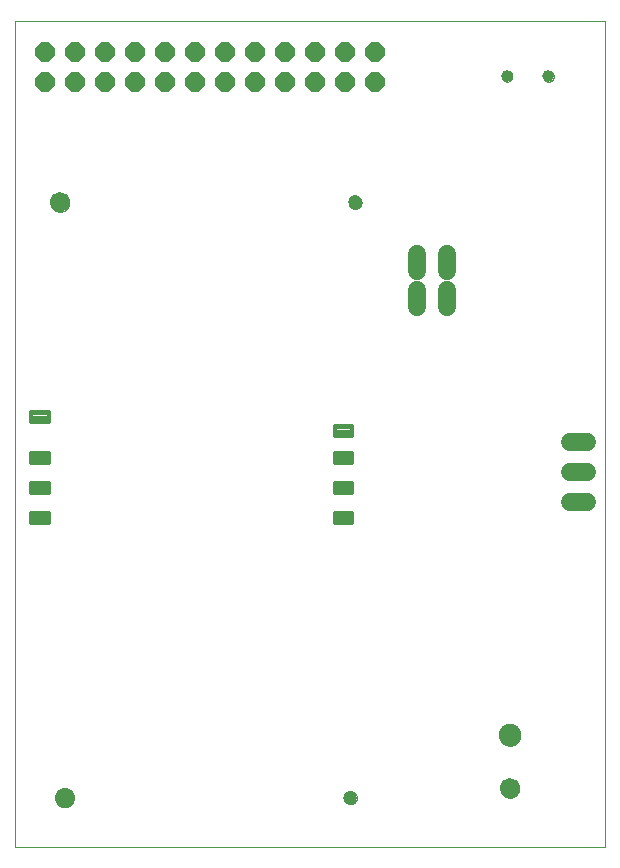
<source format=gts>
G75*
%MOIN*%
%OFA0B0*%
%FSLAX25Y25*%
%IPPOS*%
%LPD*%
%AMOC8*
5,1,8,0,0,1.08239X$1,22.5*
%
%ADD10C,0.00000*%
%ADD11C,0.06699*%
%ADD12C,0.04731*%
%ADD13C,0.03943*%
%ADD14C,0.01419*%
%ADD15C,0.06000*%
%ADD16C,0.07487*%
%ADD17OC8,0.06400*%
D10*
X0002181Y0009243D02*
X0002181Y0284834D01*
X0199031Y0284834D01*
X0199031Y0009243D01*
X0002181Y0009243D01*
X0015613Y0025806D02*
X0015615Y0025918D01*
X0015621Y0026029D01*
X0015631Y0026141D01*
X0015645Y0026252D01*
X0015662Y0026362D01*
X0015684Y0026472D01*
X0015710Y0026581D01*
X0015739Y0026689D01*
X0015772Y0026795D01*
X0015809Y0026901D01*
X0015850Y0027005D01*
X0015895Y0027108D01*
X0015943Y0027209D01*
X0015994Y0027308D01*
X0016049Y0027405D01*
X0016108Y0027500D01*
X0016169Y0027594D01*
X0016234Y0027685D01*
X0016303Y0027773D01*
X0016374Y0027859D01*
X0016448Y0027943D01*
X0016526Y0028023D01*
X0016606Y0028101D01*
X0016689Y0028177D01*
X0016774Y0028249D01*
X0016862Y0028318D01*
X0016952Y0028384D01*
X0017045Y0028446D01*
X0017140Y0028506D01*
X0017237Y0028562D01*
X0017335Y0028614D01*
X0017436Y0028663D01*
X0017538Y0028708D01*
X0017642Y0028750D01*
X0017747Y0028788D01*
X0017854Y0028822D01*
X0017961Y0028852D01*
X0018070Y0028879D01*
X0018179Y0028901D01*
X0018290Y0028920D01*
X0018400Y0028935D01*
X0018512Y0028946D01*
X0018623Y0028953D01*
X0018735Y0028956D01*
X0018847Y0028955D01*
X0018959Y0028950D01*
X0019070Y0028941D01*
X0019181Y0028928D01*
X0019292Y0028911D01*
X0019402Y0028891D01*
X0019511Y0028866D01*
X0019619Y0028838D01*
X0019726Y0028805D01*
X0019832Y0028769D01*
X0019936Y0028729D01*
X0020039Y0028686D01*
X0020141Y0028639D01*
X0020240Y0028588D01*
X0020338Y0028534D01*
X0020434Y0028476D01*
X0020528Y0028415D01*
X0020619Y0028351D01*
X0020708Y0028284D01*
X0020795Y0028213D01*
X0020879Y0028139D01*
X0020961Y0028063D01*
X0021039Y0027983D01*
X0021115Y0027901D01*
X0021188Y0027816D01*
X0021258Y0027729D01*
X0021324Y0027639D01*
X0021388Y0027547D01*
X0021448Y0027453D01*
X0021505Y0027357D01*
X0021558Y0027258D01*
X0021608Y0027158D01*
X0021654Y0027057D01*
X0021697Y0026953D01*
X0021736Y0026848D01*
X0021771Y0026742D01*
X0021802Y0026635D01*
X0021830Y0026526D01*
X0021853Y0026417D01*
X0021873Y0026307D01*
X0021889Y0026196D01*
X0021901Y0026085D01*
X0021909Y0025974D01*
X0021913Y0025862D01*
X0021913Y0025750D01*
X0021909Y0025638D01*
X0021901Y0025527D01*
X0021889Y0025416D01*
X0021873Y0025305D01*
X0021853Y0025195D01*
X0021830Y0025086D01*
X0021802Y0024977D01*
X0021771Y0024870D01*
X0021736Y0024764D01*
X0021697Y0024659D01*
X0021654Y0024555D01*
X0021608Y0024454D01*
X0021558Y0024354D01*
X0021505Y0024255D01*
X0021448Y0024159D01*
X0021388Y0024065D01*
X0021324Y0023973D01*
X0021258Y0023883D01*
X0021188Y0023796D01*
X0021115Y0023711D01*
X0021039Y0023629D01*
X0020961Y0023549D01*
X0020879Y0023473D01*
X0020795Y0023399D01*
X0020708Y0023328D01*
X0020619Y0023261D01*
X0020528Y0023197D01*
X0020434Y0023136D01*
X0020338Y0023078D01*
X0020240Y0023024D01*
X0020141Y0022973D01*
X0020039Y0022926D01*
X0019936Y0022883D01*
X0019832Y0022843D01*
X0019726Y0022807D01*
X0019619Y0022774D01*
X0019511Y0022746D01*
X0019402Y0022721D01*
X0019292Y0022701D01*
X0019181Y0022684D01*
X0019070Y0022671D01*
X0018959Y0022662D01*
X0018847Y0022657D01*
X0018735Y0022656D01*
X0018623Y0022659D01*
X0018512Y0022666D01*
X0018400Y0022677D01*
X0018290Y0022692D01*
X0018179Y0022711D01*
X0018070Y0022733D01*
X0017961Y0022760D01*
X0017854Y0022790D01*
X0017747Y0022824D01*
X0017642Y0022862D01*
X0017538Y0022904D01*
X0017436Y0022949D01*
X0017335Y0022998D01*
X0017237Y0023050D01*
X0017140Y0023106D01*
X0017045Y0023166D01*
X0016952Y0023228D01*
X0016862Y0023294D01*
X0016774Y0023363D01*
X0016689Y0023435D01*
X0016606Y0023511D01*
X0016526Y0023589D01*
X0016448Y0023669D01*
X0016374Y0023753D01*
X0016303Y0023839D01*
X0016234Y0023927D01*
X0016169Y0024018D01*
X0016108Y0024112D01*
X0016049Y0024207D01*
X0015994Y0024304D01*
X0015943Y0024403D01*
X0015895Y0024504D01*
X0015850Y0024607D01*
X0015809Y0024711D01*
X0015772Y0024817D01*
X0015739Y0024923D01*
X0015710Y0025031D01*
X0015684Y0025140D01*
X0015662Y0025250D01*
X0015645Y0025360D01*
X0015631Y0025471D01*
X0015621Y0025583D01*
X0015615Y0025694D01*
X0015613Y0025806D01*
X0111874Y0025806D02*
X0111876Y0025899D01*
X0111882Y0025991D01*
X0111892Y0026083D01*
X0111906Y0026174D01*
X0111923Y0026265D01*
X0111945Y0026355D01*
X0111970Y0026444D01*
X0111999Y0026532D01*
X0112032Y0026618D01*
X0112069Y0026703D01*
X0112109Y0026787D01*
X0112153Y0026868D01*
X0112200Y0026948D01*
X0112250Y0027026D01*
X0112304Y0027101D01*
X0112361Y0027174D01*
X0112421Y0027244D01*
X0112484Y0027312D01*
X0112550Y0027377D01*
X0112618Y0027439D01*
X0112689Y0027499D01*
X0112763Y0027555D01*
X0112839Y0027608D01*
X0112917Y0027657D01*
X0112997Y0027704D01*
X0113079Y0027746D01*
X0113163Y0027786D01*
X0113248Y0027821D01*
X0113335Y0027853D01*
X0113423Y0027882D01*
X0113512Y0027906D01*
X0113602Y0027927D01*
X0113693Y0027943D01*
X0113785Y0027956D01*
X0113877Y0027965D01*
X0113970Y0027970D01*
X0114062Y0027971D01*
X0114155Y0027968D01*
X0114247Y0027961D01*
X0114339Y0027950D01*
X0114430Y0027935D01*
X0114521Y0027917D01*
X0114611Y0027894D01*
X0114699Y0027868D01*
X0114787Y0027838D01*
X0114873Y0027804D01*
X0114957Y0027767D01*
X0115040Y0027725D01*
X0115121Y0027681D01*
X0115201Y0027633D01*
X0115278Y0027582D01*
X0115352Y0027527D01*
X0115425Y0027469D01*
X0115495Y0027409D01*
X0115562Y0027345D01*
X0115626Y0027279D01*
X0115688Y0027209D01*
X0115746Y0027138D01*
X0115801Y0027064D01*
X0115853Y0026987D01*
X0115902Y0026908D01*
X0115948Y0026828D01*
X0115990Y0026745D01*
X0116028Y0026661D01*
X0116063Y0026575D01*
X0116094Y0026488D01*
X0116121Y0026400D01*
X0116144Y0026310D01*
X0116164Y0026220D01*
X0116180Y0026129D01*
X0116192Y0026037D01*
X0116200Y0025945D01*
X0116204Y0025852D01*
X0116204Y0025760D01*
X0116200Y0025667D01*
X0116192Y0025575D01*
X0116180Y0025483D01*
X0116164Y0025392D01*
X0116144Y0025302D01*
X0116121Y0025212D01*
X0116094Y0025124D01*
X0116063Y0025037D01*
X0116028Y0024951D01*
X0115990Y0024867D01*
X0115948Y0024784D01*
X0115902Y0024704D01*
X0115853Y0024625D01*
X0115801Y0024548D01*
X0115746Y0024474D01*
X0115688Y0024403D01*
X0115626Y0024333D01*
X0115562Y0024267D01*
X0115495Y0024203D01*
X0115425Y0024143D01*
X0115352Y0024085D01*
X0115278Y0024030D01*
X0115201Y0023979D01*
X0115122Y0023931D01*
X0115040Y0023887D01*
X0114957Y0023845D01*
X0114873Y0023808D01*
X0114787Y0023774D01*
X0114699Y0023744D01*
X0114611Y0023718D01*
X0114521Y0023695D01*
X0114430Y0023677D01*
X0114339Y0023662D01*
X0114247Y0023651D01*
X0114155Y0023644D01*
X0114062Y0023641D01*
X0113970Y0023642D01*
X0113877Y0023647D01*
X0113785Y0023656D01*
X0113693Y0023669D01*
X0113602Y0023685D01*
X0113512Y0023706D01*
X0113423Y0023730D01*
X0113335Y0023759D01*
X0113248Y0023791D01*
X0113163Y0023826D01*
X0113079Y0023866D01*
X0112997Y0023908D01*
X0112917Y0023955D01*
X0112839Y0024004D01*
X0112763Y0024057D01*
X0112689Y0024113D01*
X0112618Y0024173D01*
X0112550Y0024235D01*
X0112484Y0024300D01*
X0112421Y0024368D01*
X0112361Y0024438D01*
X0112304Y0024511D01*
X0112250Y0024586D01*
X0112200Y0024664D01*
X0112153Y0024744D01*
X0112109Y0024825D01*
X0112069Y0024909D01*
X0112032Y0024994D01*
X0111999Y0025080D01*
X0111970Y0025168D01*
X0111945Y0025257D01*
X0111923Y0025347D01*
X0111906Y0025438D01*
X0111892Y0025529D01*
X0111882Y0025621D01*
X0111876Y0025713D01*
X0111874Y0025806D01*
X0164031Y0028928D02*
X0164033Y0029040D01*
X0164039Y0029151D01*
X0164049Y0029263D01*
X0164063Y0029374D01*
X0164080Y0029484D01*
X0164102Y0029594D01*
X0164128Y0029703D01*
X0164157Y0029811D01*
X0164190Y0029917D01*
X0164227Y0030023D01*
X0164268Y0030127D01*
X0164313Y0030230D01*
X0164361Y0030331D01*
X0164412Y0030430D01*
X0164467Y0030527D01*
X0164526Y0030622D01*
X0164587Y0030716D01*
X0164652Y0030807D01*
X0164721Y0030895D01*
X0164792Y0030981D01*
X0164866Y0031065D01*
X0164944Y0031145D01*
X0165024Y0031223D01*
X0165107Y0031299D01*
X0165192Y0031371D01*
X0165280Y0031440D01*
X0165370Y0031506D01*
X0165463Y0031568D01*
X0165558Y0031628D01*
X0165655Y0031684D01*
X0165753Y0031736D01*
X0165854Y0031785D01*
X0165956Y0031830D01*
X0166060Y0031872D01*
X0166165Y0031910D01*
X0166272Y0031944D01*
X0166379Y0031974D01*
X0166488Y0032001D01*
X0166597Y0032023D01*
X0166708Y0032042D01*
X0166818Y0032057D01*
X0166930Y0032068D01*
X0167041Y0032075D01*
X0167153Y0032078D01*
X0167265Y0032077D01*
X0167377Y0032072D01*
X0167488Y0032063D01*
X0167599Y0032050D01*
X0167710Y0032033D01*
X0167820Y0032013D01*
X0167929Y0031988D01*
X0168037Y0031960D01*
X0168144Y0031927D01*
X0168250Y0031891D01*
X0168354Y0031851D01*
X0168457Y0031808D01*
X0168559Y0031761D01*
X0168658Y0031710D01*
X0168756Y0031656D01*
X0168852Y0031598D01*
X0168946Y0031537D01*
X0169037Y0031473D01*
X0169126Y0031406D01*
X0169213Y0031335D01*
X0169297Y0031261D01*
X0169379Y0031185D01*
X0169457Y0031105D01*
X0169533Y0031023D01*
X0169606Y0030938D01*
X0169676Y0030851D01*
X0169742Y0030761D01*
X0169806Y0030669D01*
X0169866Y0030575D01*
X0169923Y0030479D01*
X0169976Y0030380D01*
X0170026Y0030280D01*
X0170072Y0030179D01*
X0170115Y0030075D01*
X0170154Y0029970D01*
X0170189Y0029864D01*
X0170220Y0029757D01*
X0170248Y0029648D01*
X0170271Y0029539D01*
X0170291Y0029429D01*
X0170307Y0029318D01*
X0170319Y0029207D01*
X0170327Y0029096D01*
X0170331Y0028984D01*
X0170331Y0028872D01*
X0170327Y0028760D01*
X0170319Y0028649D01*
X0170307Y0028538D01*
X0170291Y0028427D01*
X0170271Y0028317D01*
X0170248Y0028208D01*
X0170220Y0028099D01*
X0170189Y0027992D01*
X0170154Y0027886D01*
X0170115Y0027781D01*
X0170072Y0027677D01*
X0170026Y0027576D01*
X0169976Y0027476D01*
X0169923Y0027377D01*
X0169866Y0027281D01*
X0169806Y0027187D01*
X0169742Y0027095D01*
X0169676Y0027005D01*
X0169606Y0026918D01*
X0169533Y0026833D01*
X0169457Y0026751D01*
X0169379Y0026671D01*
X0169297Y0026595D01*
X0169213Y0026521D01*
X0169126Y0026450D01*
X0169037Y0026383D01*
X0168946Y0026319D01*
X0168852Y0026258D01*
X0168756Y0026200D01*
X0168658Y0026146D01*
X0168559Y0026095D01*
X0168457Y0026048D01*
X0168354Y0026005D01*
X0168250Y0025965D01*
X0168144Y0025929D01*
X0168037Y0025896D01*
X0167929Y0025868D01*
X0167820Y0025843D01*
X0167710Y0025823D01*
X0167599Y0025806D01*
X0167488Y0025793D01*
X0167377Y0025784D01*
X0167265Y0025779D01*
X0167153Y0025778D01*
X0167041Y0025781D01*
X0166930Y0025788D01*
X0166818Y0025799D01*
X0166708Y0025814D01*
X0166597Y0025833D01*
X0166488Y0025855D01*
X0166379Y0025882D01*
X0166272Y0025912D01*
X0166165Y0025946D01*
X0166060Y0025984D01*
X0165956Y0026026D01*
X0165854Y0026071D01*
X0165753Y0026120D01*
X0165655Y0026172D01*
X0165558Y0026228D01*
X0165463Y0026288D01*
X0165370Y0026350D01*
X0165280Y0026416D01*
X0165192Y0026485D01*
X0165107Y0026557D01*
X0165024Y0026633D01*
X0164944Y0026711D01*
X0164866Y0026791D01*
X0164792Y0026875D01*
X0164721Y0026961D01*
X0164652Y0027049D01*
X0164587Y0027140D01*
X0164526Y0027234D01*
X0164467Y0027329D01*
X0164412Y0027426D01*
X0164361Y0027525D01*
X0164313Y0027626D01*
X0164268Y0027729D01*
X0164227Y0027833D01*
X0164190Y0027939D01*
X0164157Y0028045D01*
X0164128Y0028153D01*
X0164102Y0028262D01*
X0164080Y0028372D01*
X0164063Y0028482D01*
X0164049Y0028593D01*
X0164039Y0028705D01*
X0164033Y0028816D01*
X0164031Y0028928D01*
X0163638Y0046645D02*
X0163640Y0046763D01*
X0163646Y0046882D01*
X0163656Y0047000D01*
X0163670Y0047117D01*
X0163687Y0047234D01*
X0163709Y0047351D01*
X0163735Y0047466D01*
X0163764Y0047581D01*
X0163797Y0047695D01*
X0163834Y0047807D01*
X0163875Y0047918D01*
X0163919Y0048028D01*
X0163967Y0048136D01*
X0164019Y0048243D01*
X0164074Y0048348D01*
X0164133Y0048451D01*
X0164195Y0048551D01*
X0164260Y0048650D01*
X0164329Y0048747D01*
X0164400Y0048841D01*
X0164475Y0048932D01*
X0164553Y0049022D01*
X0164634Y0049108D01*
X0164718Y0049192D01*
X0164804Y0049273D01*
X0164894Y0049351D01*
X0164985Y0049426D01*
X0165079Y0049497D01*
X0165176Y0049566D01*
X0165275Y0049631D01*
X0165375Y0049693D01*
X0165478Y0049752D01*
X0165583Y0049807D01*
X0165690Y0049859D01*
X0165798Y0049907D01*
X0165908Y0049951D01*
X0166019Y0049992D01*
X0166131Y0050029D01*
X0166245Y0050062D01*
X0166360Y0050091D01*
X0166475Y0050117D01*
X0166592Y0050139D01*
X0166709Y0050156D01*
X0166826Y0050170D01*
X0166944Y0050180D01*
X0167063Y0050186D01*
X0167181Y0050188D01*
X0167299Y0050186D01*
X0167418Y0050180D01*
X0167536Y0050170D01*
X0167653Y0050156D01*
X0167770Y0050139D01*
X0167887Y0050117D01*
X0168002Y0050091D01*
X0168117Y0050062D01*
X0168231Y0050029D01*
X0168343Y0049992D01*
X0168454Y0049951D01*
X0168564Y0049907D01*
X0168672Y0049859D01*
X0168779Y0049807D01*
X0168884Y0049752D01*
X0168987Y0049693D01*
X0169087Y0049631D01*
X0169186Y0049566D01*
X0169283Y0049497D01*
X0169377Y0049426D01*
X0169468Y0049351D01*
X0169558Y0049273D01*
X0169644Y0049192D01*
X0169728Y0049108D01*
X0169809Y0049022D01*
X0169887Y0048932D01*
X0169962Y0048841D01*
X0170033Y0048747D01*
X0170102Y0048650D01*
X0170167Y0048551D01*
X0170229Y0048451D01*
X0170288Y0048348D01*
X0170343Y0048243D01*
X0170395Y0048136D01*
X0170443Y0048028D01*
X0170487Y0047918D01*
X0170528Y0047807D01*
X0170565Y0047695D01*
X0170598Y0047581D01*
X0170627Y0047466D01*
X0170653Y0047351D01*
X0170675Y0047234D01*
X0170692Y0047117D01*
X0170706Y0047000D01*
X0170716Y0046882D01*
X0170722Y0046763D01*
X0170724Y0046645D01*
X0170722Y0046527D01*
X0170716Y0046408D01*
X0170706Y0046290D01*
X0170692Y0046173D01*
X0170675Y0046056D01*
X0170653Y0045939D01*
X0170627Y0045824D01*
X0170598Y0045709D01*
X0170565Y0045595D01*
X0170528Y0045483D01*
X0170487Y0045372D01*
X0170443Y0045262D01*
X0170395Y0045154D01*
X0170343Y0045047D01*
X0170288Y0044942D01*
X0170229Y0044839D01*
X0170167Y0044739D01*
X0170102Y0044640D01*
X0170033Y0044543D01*
X0169962Y0044449D01*
X0169887Y0044358D01*
X0169809Y0044268D01*
X0169728Y0044182D01*
X0169644Y0044098D01*
X0169558Y0044017D01*
X0169468Y0043939D01*
X0169377Y0043864D01*
X0169283Y0043793D01*
X0169186Y0043724D01*
X0169087Y0043659D01*
X0168987Y0043597D01*
X0168884Y0043538D01*
X0168779Y0043483D01*
X0168672Y0043431D01*
X0168564Y0043383D01*
X0168454Y0043339D01*
X0168343Y0043298D01*
X0168231Y0043261D01*
X0168117Y0043228D01*
X0168002Y0043199D01*
X0167887Y0043173D01*
X0167770Y0043151D01*
X0167653Y0043134D01*
X0167536Y0043120D01*
X0167418Y0043110D01*
X0167299Y0043104D01*
X0167181Y0043102D01*
X0167063Y0043104D01*
X0166944Y0043110D01*
X0166826Y0043120D01*
X0166709Y0043134D01*
X0166592Y0043151D01*
X0166475Y0043173D01*
X0166360Y0043199D01*
X0166245Y0043228D01*
X0166131Y0043261D01*
X0166019Y0043298D01*
X0165908Y0043339D01*
X0165798Y0043383D01*
X0165690Y0043431D01*
X0165583Y0043483D01*
X0165478Y0043538D01*
X0165375Y0043597D01*
X0165275Y0043659D01*
X0165176Y0043724D01*
X0165079Y0043793D01*
X0164985Y0043864D01*
X0164894Y0043939D01*
X0164804Y0044017D01*
X0164718Y0044098D01*
X0164634Y0044182D01*
X0164553Y0044268D01*
X0164475Y0044358D01*
X0164400Y0044449D01*
X0164329Y0044543D01*
X0164260Y0044640D01*
X0164195Y0044739D01*
X0164133Y0044839D01*
X0164074Y0044942D01*
X0164019Y0045047D01*
X0163967Y0045154D01*
X0163919Y0045262D01*
X0163875Y0045372D01*
X0163834Y0045483D01*
X0163797Y0045595D01*
X0163764Y0045709D01*
X0163735Y0045824D01*
X0163709Y0045939D01*
X0163687Y0046056D01*
X0163670Y0046173D01*
X0163656Y0046290D01*
X0163646Y0046408D01*
X0163640Y0046527D01*
X0163638Y0046645D01*
X0113449Y0224243D02*
X0113451Y0224336D01*
X0113457Y0224428D01*
X0113467Y0224520D01*
X0113481Y0224611D01*
X0113498Y0224702D01*
X0113520Y0224792D01*
X0113545Y0224881D01*
X0113574Y0224969D01*
X0113607Y0225055D01*
X0113644Y0225140D01*
X0113684Y0225224D01*
X0113728Y0225305D01*
X0113775Y0225385D01*
X0113825Y0225463D01*
X0113879Y0225538D01*
X0113936Y0225611D01*
X0113996Y0225681D01*
X0114059Y0225749D01*
X0114125Y0225814D01*
X0114193Y0225876D01*
X0114264Y0225936D01*
X0114338Y0225992D01*
X0114414Y0226045D01*
X0114492Y0226094D01*
X0114572Y0226141D01*
X0114654Y0226183D01*
X0114738Y0226223D01*
X0114823Y0226258D01*
X0114910Y0226290D01*
X0114998Y0226319D01*
X0115087Y0226343D01*
X0115177Y0226364D01*
X0115268Y0226380D01*
X0115360Y0226393D01*
X0115452Y0226402D01*
X0115545Y0226407D01*
X0115637Y0226408D01*
X0115730Y0226405D01*
X0115822Y0226398D01*
X0115914Y0226387D01*
X0116005Y0226372D01*
X0116096Y0226354D01*
X0116186Y0226331D01*
X0116274Y0226305D01*
X0116362Y0226275D01*
X0116448Y0226241D01*
X0116532Y0226204D01*
X0116615Y0226162D01*
X0116696Y0226118D01*
X0116776Y0226070D01*
X0116853Y0226019D01*
X0116927Y0225964D01*
X0117000Y0225906D01*
X0117070Y0225846D01*
X0117137Y0225782D01*
X0117201Y0225716D01*
X0117263Y0225646D01*
X0117321Y0225575D01*
X0117376Y0225501D01*
X0117428Y0225424D01*
X0117477Y0225345D01*
X0117523Y0225265D01*
X0117565Y0225182D01*
X0117603Y0225098D01*
X0117638Y0225012D01*
X0117669Y0224925D01*
X0117696Y0224837D01*
X0117719Y0224747D01*
X0117739Y0224657D01*
X0117755Y0224566D01*
X0117767Y0224474D01*
X0117775Y0224382D01*
X0117779Y0224289D01*
X0117779Y0224197D01*
X0117775Y0224104D01*
X0117767Y0224012D01*
X0117755Y0223920D01*
X0117739Y0223829D01*
X0117719Y0223739D01*
X0117696Y0223649D01*
X0117669Y0223561D01*
X0117638Y0223474D01*
X0117603Y0223388D01*
X0117565Y0223304D01*
X0117523Y0223221D01*
X0117477Y0223141D01*
X0117428Y0223062D01*
X0117376Y0222985D01*
X0117321Y0222911D01*
X0117263Y0222840D01*
X0117201Y0222770D01*
X0117137Y0222704D01*
X0117070Y0222640D01*
X0117000Y0222580D01*
X0116927Y0222522D01*
X0116853Y0222467D01*
X0116776Y0222416D01*
X0116697Y0222368D01*
X0116615Y0222324D01*
X0116532Y0222282D01*
X0116448Y0222245D01*
X0116362Y0222211D01*
X0116274Y0222181D01*
X0116186Y0222155D01*
X0116096Y0222132D01*
X0116005Y0222114D01*
X0115914Y0222099D01*
X0115822Y0222088D01*
X0115730Y0222081D01*
X0115637Y0222078D01*
X0115545Y0222079D01*
X0115452Y0222084D01*
X0115360Y0222093D01*
X0115268Y0222106D01*
X0115177Y0222122D01*
X0115087Y0222143D01*
X0114998Y0222167D01*
X0114910Y0222196D01*
X0114823Y0222228D01*
X0114738Y0222263D01*
X0114654Y0222303D01*
X0114572Y0222345D01*
X0114492Y0222392D01*
X0114414Y0222441D01*
X0114338Y0222494D01*
X0114264Y0222550D01*
X0114193Y0222610D01*
X0114125Y0222672D01*
X0114059Y0222737D01*
X0113996Y0222805D01*
X0113936Y0222875D01*
X0113879Y0222948D01*
X0113825Y0223023D01*
X0113775Y0223101D01*
X0113728Y0223181D01*
X0113684Y0223262D01*
X0113644Y0223346D01*
X0113607Y0223431D01*
X0113574Y0223517D01*
X0113545Y0223605D01*
X0113520Y0223694D01*
X0113498Y0223784D01*
X0113481Y0223875D01*
X0113467Y0223966D01*
X0113457Y0224058D01*
X0113451Y0224150D01*
X0113449Y0224243D01*
X0164519Y0266243D02*
X0164521Y0266327D01*
X0164527Y0266410D01*
X0164537Y0266493D01*
X0164551Y0266576D01*
X0164568Y0266658D01*
X0164590Y0266739D01*
X0164615Y0266818D01*
X0164644Y0266897D01*
X0164677Y0266974D01*
X0164713Y0267049D01*
X0164753Y0267123D01*
X0164796Y0267195D01*
X0164843Y0267264D01*
X0164893Y0267331D01*
X0164946Y0267396D01*
X0165002Y0267458D01*
X0165060Y0267518D01*
X0165122Y0267575D01*
X0165186Y0267628D01*
X0165253Y0267679D01*
X0165322Y0267726D01*
X0165393Y0267771D01*
X0165466Y0267811D01*
X0165541Y0267848D01*
X0165618Y0267882D01*
X0165696Y0267912D01*
X0165775Y0267938D01*
X0165856Y0267961D01*
X0165938Y0267979D01*
X0166020Y0267994D01*
X0166103Y0268005D01*
X0166186Y0268012D01*
X0166270Y0268015D01*
X0166354Y0268014D01*
X0166437Y0268009D01*
X0166521Y0268000D01*
X0166603Y0267987D01*
X0166685Y0267971D01*
X0166766Y0267950D01*
X0166847Y0267926D01*
X0166925Y0267898D01*
X0167003Y0267866D01*
X0167079Y0267830D01*
X0167153Y0267791D01*
X0167225Y0267749D01*
X0167295Y0267703D01*
X0167363Y0267654D01*
X0167428Y0267602D01*
X0167491Y0267547D01*
X0167551Y0267489D01*
X0167609Y0267428D01*
X0167663Y0267364D01*
X0167715Y0267298D01*
X0167763Y0267230D01*
X0167808Y0267159D01*
X0167849Y0267086D01*
X0167888Y0267012D01*
X0167922Y0266936D01*
X0167953Y0266858D01*
X0167980Y0266779D01*
X0168004Y0266698D01*
X0168023Y0266617D01*
X0168039Y0266535D01*
X0168051Y0266452D01*
X0168059Y0266368D01*
X0168063Y0266285D01*
X0168063Y0266201D01*
X0168059Y0266118D01*
X0168051Y0266034D01*
X0168039Y0265951D01*
X0168023Y0265869D01*
X0168004Y0265788D01*
X0167980Y0265707D01*
X0167953Y0265628D01*
X0167922Y0265550D01*
X0167888Y0265474D01*
X0167849Y0265400D01*
X0167808Y0265327D01*
X0167763Y0265256D01*
X0167715Y0265188D01*
X0167663Y0265122D01*
X0167609Y0265058D01*
X0167551Y0264997D01*
X0167491Y0264939D01*
X0167428Y0264884D01*
X0167363Y0264832D01*
X0167295Y0264783D01*
X0167225Y0264737D01*
X0167153Y0264695D01*
X0167079Y0264656D01*
X0167003Y0264620D01*
X0166925Y0264588D01*
X0166847Y0264560D01*
X0166766Y0264536D01*
X0166685Y0264515D01*
X0166603Y0264499D01*
X0166521Y0264486D01*
X0166437Y0264477D01*
X0166354Y0264472D01*
X0166270Y0264471D01*
X0166186Y0264474D01*
X0166103Y0264481D01*
X0166020Y0264492D01*
X0165938Y0264507D01*
X0165856Y0264525D01*
X0165775Y0264548D01*
X0165696Y0264574D01*
X0165618Y0264604D01*
X0165541Y0264638D01*
X0165466Y0264675D01*
X0165393Y0264715D01*
X0165322Y0264760D01*
X0165253Y0264807D01*
X0165186Y0264858D01*
X0165122Y0264911D01*
X0165060Y0264968D01*
X0165002Y0265028D01*
X0164946Y0265090D01*
X0164893Y0265155D01*
X0164843Y0265222D01*
X0164796Y0265291D01*
X0164753Y0265363D01*
X0164713Y0265437D01*
X0164677Y0265512D01*
X0164644Y0265589D01*
X0164615Y0265668D01*
X0164590Y0265747D01*
X0164568Y0265828D01*
X0164551Y0265910D01*
X0164537Y0265993D01*
X0164527Y0266076D01*
X0164521Y0266159D01*
X0164519Y0266243D01*
X0178299Y0266243D02*
X0178301Y0266327D01*
X0178307Y0266410D01*
X0178317Y0266493D01*
X0178331Y0266576D01*
X0178348Y0266658D01*
X0178370Y0266739D01*
X0178395Y0266818D01*
X0178424Y0266897D01*
X0178457Y0266974D01*
X0178493Y0267049D01*
X0178533Y0267123D01*
X0178576Y0267195D01*
X0178623Y0267264D01*
X0178673Y0267331D01*
X0178726Y0267396D01*
X0178782Y0267458D01*
X0178840Y0267518D01*
X0178902Y0267575D01*
X0178966Y0267628D01*
X0179033Y0267679D01*
X0179102Y0267726D01*
X0179173Y0267771D01*
X0179246Y0267811D01*
X0179321Y0267848D01*
X0179398Y0267882D01*
X0179476Y0267912D01*
X0179555Y0267938D01*
X0179636Y0267961D01*
X0179718Y0267979D01*
X0179800Y0267994D01*
X0179883Y0268005D01*
X0179966Y0268012D01*
X0180050Y0268015D01*
X0180134Y0268014D01*
X0180217Y0268009D01*
X0180301Y0268000D01*
X0180383Y0267987D01*
X0180465Y0267971D01*
X0180546Y0267950D01*
X0180627Y0267926D01*
X0180705Y0267898D01*
X0180783Y0267866D01*
X0180859Y0267830D01*
X0180933Y0267791D01*
X0181005Y0267749D01*
X0181075Y0267703D01*
X0181143Y0267654D01*
X0181208Y0267602D01*
X0181271Y0267547D01*
X0181331Y0267489D01*
X0181389Y0267428D01*
X0181443Y0267364D01*
X0181495Y0267298D01*
X0181543Y0267230D01*
X0181588Y0267159D01*
X0181629Y0267086D01*
X0181668Y0267012D01*
X0181702Y0266936D01*
X0181733Y0266858D01*
X0181760Y0266779D01*
X0181784Y0266698D01*
X0181803Y0266617D01*
X0181819Y0266535D01*
X0181831Y0266452D01*
X0181839Y0266368D01*
X0181843Y0266285D01*
X0181843Y0266201D01*
X0181839Y0266118D01*
X0181831Y0266034D01*
X0181819Y0265951D01*
X0181803Y0265869D01*
X0181784Y0265788D01*
X0181760Y0265707D01*
X0181733Y0265628D01*
X0181702Y0265550D01*
X0181668Y0265474D01*
X0181629Y0265400D01*
X0181588Y0265327D01*
X0181543Y0265256D01*
X0181495Y0265188D01*
X0181443Y0265122D01*
X0181389Y0265058D01*
X0181331Y0264997D01*
X0181271Y0264939D01*
X0181208Y0264884D01*
X0181143Y0264832D01*
X0181075Y0264783D01*
X0181005Y0264737D01*
X0180933Y0264695D01*
X0180859Y0264656D01*
X0180783Y0264620D01*
X0180705Y0264588D01*
X0180627Y0264560D01*
X0180546Y0264536D01*
X0180465Y0264515D01*
X0180383Y0264499D01*
X0180301Y0264486D01*
X0180217Y0264477D01*
X0180134Y0264472D01*
X0180050Y0264471D01*
X0179966Y0264474D01*
X0179883Y0264481D01*
X0179800Y0264492D01*
X0179718Y0264507D01*
X0179636Y0264525D01*
X0179555Y0264548D01*
X0179476Y0264574D01*
X0179398Y0264604D01*
X0179321Y0264638D01*
X0179246Y0264675D01*
X0179173Y0264715D01*
X0179102Y0264760D01*
X0179033Y0264807D01*
X0178966Y0264858D01*
X0178902Y0264911D01*
X0178840Y0264968D01*
X0178782Y0265028D01*
X0178726Y0265090D01*
X0178673Y0265155D01*
X0178623Y0265222D01*
X0178576Y0265291D01*
X0178533Y0265363D01*
X0178493Y0265437D01*
X0178457Y0265512D01*
X0178424Y0265589D01*
X0178395Y0265668D01*
X0178370Y0265747D01*
X0178348Y0265828D01*
X0178331Y0265910D01*
X0178317Y0265993D01*
X0178307Y0266076D01*
X0178301Y0266159D01*
X0178299Y0266243D01*
X0014038Y0224243D02*
X0014040Y0224355D01*
X0014046Y0224466D01*
X0014056Y0224578D01*
X0014070Y0224689D01*
X0014087Y0224799D01*
X0014109Y0224909D01*
X0014135Y0225018D01*
X0014164Y0225126D01*
X0014197Y0225232D01*
X0014234Y0225338D01*
X0014275Y0225442D01*
X0014320Y0225545D01*
X0014368Y0225646D01*
X0014419Y0225745D01*
X0014474Y0225842D01*
X0014533Y0225937D01*
X0014594Y0226031D01*
X0014659Y0226122D01*
X0014728Y0226210D01*
X0014799Y0226296D01*
X0014873Y0226380D01*
X0014951Y0226460D01*
X0015031Y0226538D01*
X0015114Y0226614D01*
X0015199Y0226686D01*
X0015287Y0226755D01*
X0015377Y0226821D01*
X0015470Y0226883D01*
X0015565Y0226943D01*
X0015662Y0226999D01*
X0015760Y0227051D01*
X0015861Y0227100D01*
X0015963Y0227145D01*
X0016067Y0227187D01*
X0016172Y0227225D01*
X0016279Y0227259D01*
X0016386Y0227289D01*
X0016495Y0227316D01*
X0016604Y0227338D01*
X0016715Y0227357D01*
X0016825Y0227372D01*
X0016937Y0227383D01*
X0017048Y0227390D01*
X0017160Y0227393D01*
X0017272Y0227392D01*
X0017384Y0227387D01*
X0017495Y0227378D01*
X0017606Y0227365D01*
X0017717Y0227348D01*
X0017827Y0227328D01*
X0017936Y0227303D01*
X0018044Y0227275D01*
X0018151Y0227242D01*
X0018257Y0227206D01*
X0018361Y0227166D01*
X0018464Y0227123D01*
X0018566Y0227076D01*
X0018665Y0227025D01*
X0018763Y0226971D01*
X0018859Y0226913D01*
X0018953Y0226852D01*
X0019044Y0226788D01*
X0019133Y0226721D01*
X0019220Y0226650D01*
X0019304Y0226576D01*
X0019386Y0226500D01*
X0019464Y0226420D01*
X0019540Y0226338D01*
X0019613Y0226253D01*
X0019683Y0226166D01*
X0019749Y0226076D01*
X0019813Y0225984D01*
X0019873Y0225890D01*
X0019930Y0225794D01*
X0019983Y0225695D01*
X0020033Y0225595D01*
X0020079Y0225494D01*
X0020122Y0225390D01*
X0020161Y0225285D01*
X0020196Y0225179D01*
X0020227Y0225072D01*
X0020255Y0224963D01*
X0020278Y0224854D01*
X0020298Y0224744D01*
X0020314Y0224633D01*
X0020326Y0224522D01*
X0020334Y0224411D01*
X0020338Y0224299D01*
X0020338Y0224187D01*
X0020334Y0224075D01*
X0020326Y0223964D01*
X0020314Y0223853D01*
X0020298Y0223742D01*
X0020278Y0223632D01*
X0020255Y0223523D01*
X0020227Y0223414D01*
X0020196Y0223307D01*
X0020161Y0223201D01*
X0020122Y0223096D01*
X0020079Y0222992D01*
X0020033Y0222891D01*
X0019983Y0222791D01*
X0019930Y0222692D01*
X0019873Y0222596D01*
X0019813Y0222502D01*
X0019749Y0222410D01*
X0019683Y0222320D01*
X0019613Y0222233D01*
X0019540Y0222148D01*
X0019464Y0222066D01*
X0019386Y0221986D01*
X0019304Y0221910D01*
X0019220Y0221836D01*
X0019133Y0221765D01*
X0019044Y0221698D01*
X0018953Y0221634D01*
X0018859Y0221573D01*
X0018763Y0221515D01*
X0018665Y0221461D01*
X0018566Y0221410D01*
X0018464Y0221363D01*
X0018361Y0221320D01*
X0018257Y0221280D01*
X0018151Y0221244D01*
X0018044Y0221211D01*
X0017936Y0221183D01*
X0017827Y0221158D01*
X0017717Y0221138D01*
X0017606Y0221121D01*
X0017495Y0221108D01*
X0017384Y0221099D01*
X0017272Y0221094D01*
X0017160Y0221093D01*
X0017048Y0221096D01*
X0016937Y0221103D01*
X0016825Y0221114D01*
X0016715Y0221129D01*
X0016604Y0221148D01*
X0016495Y0221170D01*
X0016386Y0221197D01*
X0016279Y0221227D01*
X0016172Y0221261D01*
X0016067Y0221299D01*
X0015963Y0221341D01*
X0015861Y0221386D01*
X0015760Y0221435D01*
X0015662Y0221487D01*
X0015565Y0221543D01*
X0015470Y0221603D01*
X0015377Y0221665D01*
X0015287Y0221731D01*
X0015199Y0221800D01*
X0015114Y0221872D01*
X0015031Y0221948D01*
X0014951Y0222026D01*
X0014873Y0222106D01*
X0014799Y0222190D01*
X0014728Y0222276D01*
X0014659Y0222364D01*
X0014594Y0222455D01*
X0014533Y0222549D01*
X0014474Y0222644D01*
X0014419Y0222741D01*
X0014368Y0222840D01*
X0014320Y0222941D01*
X0014275Y0223044D01*
X0014234Y0223148D01*
X0014197Y0223254D01*
X0014164Y0223360D01*
X0014135Y0223468D01*
X0014109Y0223577D01*
X0014087Y0223687D01*
X0014070Y0223797D01*
X0014056Y0223908D01*
X0014046Y0224020D01*
X0014040Y0224131D01*
X0014038Y0224243D01*
D11*
X0017188Y0224243D03*
X0018763Y0025806D03*
X0167181Y0028928D03*
D12*
X0114039Y0025806D03*
X0115614Y0224243D03*
D13*
X0166291Y0266243D03*
X0180071Y0266243D03*
D14*
X0114609Y0149679D02*
X0108935Y0149679D01*
X0114609Y0149679D02*
X0114609Y0146367D01*
X0108935Y0146367D01*
X0108935Y0149679D01*
X0108935Y0147785D02*
X0114609Y0147785D01*
X0114609Y0149203D02*
X0108935Y0149203D01*
X0108935Y0140545D02*
X0114609Y0140545D01*
X0114609Y0137233D01*
X0108935Y0137233D01*
X0108935Y0140545D01*
X0108935Y0138651D02*
X0114609Y0138651D01*
X0114609Y0140069D02*
X0108935Y0140069D01*
X0108935Y0130545D02*
X0114609Y0130545D01*
X0114609Y0127233D01*
X0108935Y0127233D01*
X0108935Y0130545D01*
X0108935Y0128651D02*
X0114609Y0128651D01*
X0114609Y0130069D02*
X0108935Y0130069D01*
X0108935Y0120545D02*
X0114609Y0120545D01*
X0114609Y0117233D01*
X0108935Y0117233D01*
X0108935Y0120545D01*
X0108935Y0118651D02*
X0114609Y0118651D01*
X0114609Y0120069D02*
X0108935Y0120069D01*
X0013428Y0120545D02*
X0007754Y0120545D01*
X0013428Y0120545D02*
X0013428Y0117233D01*
X0007754Y0117233D01*
X0007754Y0120545D01*
X0007754Y0118651D02*
X0013428Y0118651D01*
X0013428Y0120069D02*
X0007754Y0120069D01*
X0007754Y0130545D02*
X0013428Y0130545D01*
X0013428Y0127233D01*
X0007754Y0127233D01*
X0007754Y0130545D01*
X0007754Y0128651D02*
X0013428Y0128651D01*
X0013428Y0130069D02*
X0007754Y0130069D01*
X0007754Y0140545D02*
X0013428Y0140545D01*
X0013428Y0137233D01*
X0007754Y0137233D01*
X0007754Y0140545D01*
X0007754Y0138651D02*
X0013428Y0138651D01*
X0013428Y0140069D02*
X0007754Y0140069D01*
X0007754Y0154403D02*
X0013428Y0154403D01*
X0013428Y0151091D01*
X0007754Y0151091D01*
X0007754Y0154403D01*
X0007754Y0152509D02*
X0013428Y0152509D01*
X0013428Y0153927D02*
X0007754Y0153927D01*
D15*
X0136181Y0189443D02*
X0136181Y0195043D01*
X0136181Y0201443D02*
X0136181Y0207043D01*
X0146181Y0207043D02*
X0146181Y0201443D01*
X0146181Y0195043D02*
X0146181Y0189443D01*
X0187381Y0144243D02*
X0192981Y0144243D01*
X0192981Y0134243D02*
X0187381Y0134243D01*
X0187381Y0124243D02*
X0192981Y0124243D01*
D16*
X0167181Y0046645D03*
D17*
X0122181Y0264243D03*
X0122181Y0274243D03*
X0112181Y0274243D03*
X0112181Y0264243D03*
X0102181Y0264243D03*
X0102181Y0274243D03*
X0092181Y0274243D03*
X0092181Y0264243D03*
X0082181Y0264243D03*
X0082181Y0274243D03*
X0072181Y0274243D03*
X0072181Y0264243D03*
X0062181Y0264243D03*
X0062181Y0274243D03*
X0052181Y0274243D03*
X0052181Y0264243D03*
X0042181Y0264243D03*
X0042181Y0274243D03*
X0032181Y0274243D03*
X0032181Y0264243D03*
X0022181Y0264243D03*
X0022181Y0274243D03*
X0012181Y0274243D03*
X0012181Y0264243D03*
M02*

</source>
